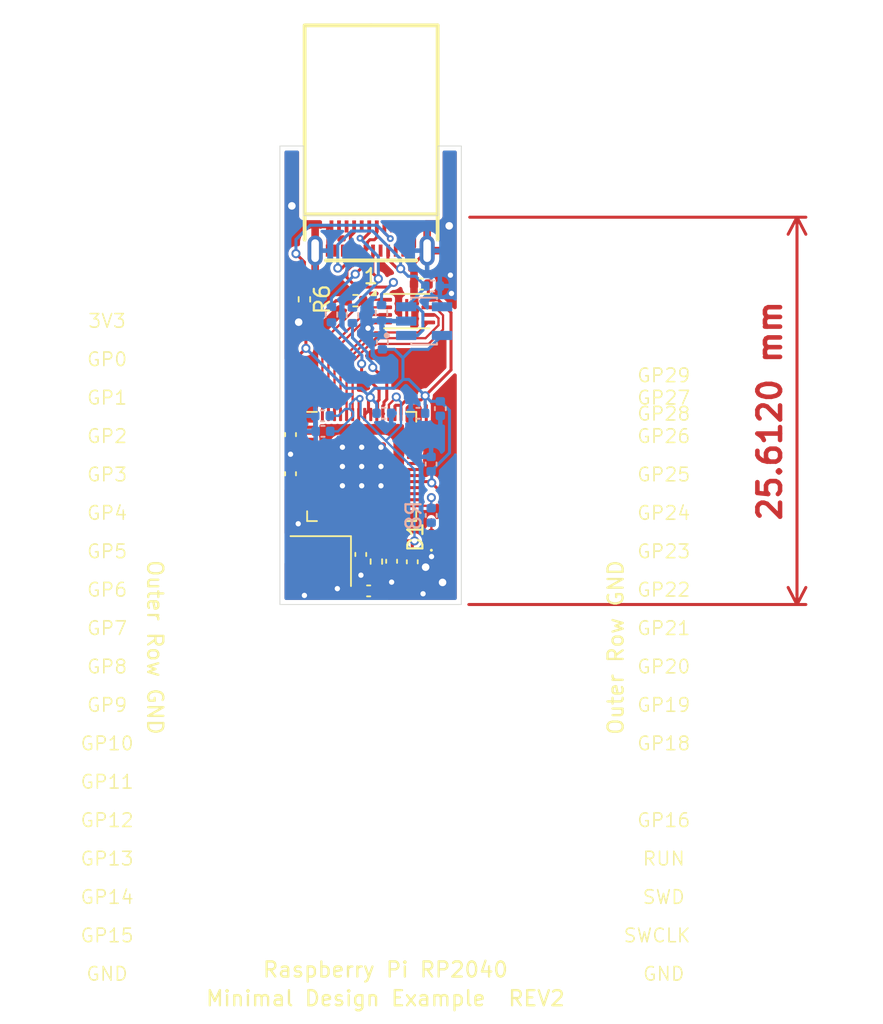
<source format=kicad_pcb>
(kicad_pcb (version 20241229) (generator "pcbnew") (generator_version "9.0")
  (title_block (title "RP2040 Minimal Design Example") (date "2024-01-16") (rev "REV2") (company "Raspberry Pi Ltd"))
  (layers (0 "F.Cu" signal) (2 "B.Cu" signal) (13 "F.Paste" user) (15 "B.Paste" user) (5 "F.SilkS" user "F.Silkscreen") (7 "B.SilkS" user "B.Silkscreen") (1 "F.Mask" user) (3 "B.Mask" user) (25 "Edge.Cuts" user))
  (net 0 "")
  (net 1 "GND")
  (net 2 "VBUS")
  (net 3 "/XIN")
  (net 4 "/XOUT")
  (net 5 "+3V3")
  (net 6 "+1V1")
  (net 7 "/GPIO15")
  (net 8 "/GPIO14")
  (net 9 "/GPIO13")
  (net 10 "/GPIO12")
  (net 11 "/GPIO11")
  (net 12 "/GPIO10")
  (net 13 "/GPIO9")
  (net 14 "/GPIO8")
  (net 15 "/GPIO7")
  (net 16 "/GPIO6")
  (net 17 "/GPIO5")
  (net 18 "/GPIO4")
  (net 19 "/GPIO3")
  (net 20 "/GPIO2")
  (net 21 "/GPIO1")
  (net 22 "/GPIO0")
  (net 23 "/GPIO29_ADC3")
  (net 24 "/GPIO28_ADC2")
  (net 25 "/GPIO27_ADC1")
  (net 26 "/GPIO26_ADC0")
  (net 27 "/GPIO25")
  (net 28 "/GPIO24")
  (net 29 "/GPIO23")
  (net 30 "/GPIO22")
  (net 31 "/GPIO21")
  (net 32 "/GPIO20")
  (net 33 "/GPIO19")
  (net 34 "/GPIO18")
  (net 35 "/GPIO17")
  (net 36 "/GPIO16")
  (net 37 "/RUN")
  (net 38 "/SWD")
  (net 39 "/SWCLK")
  (net 40 "/QSPI_SS")
  (net 41 "Net-(U3-USB_DP)")
  (net 42 "Net-(U3-USB_DM)")
  (net 43 "/QSPI_SD3")
  (net 44 "/QSPI_SCLK")
  (net 45 "/QSPI_SD0")
  (net 46 "/QSPI_SD2")
  (net 47 "/QSPI_SD1")
  (net 48 "/USB_D+")
  (net 49 "/USB_D-")
  (net 50 "Net-(C3-Pad1)")
  (net 51 "Net-(1-CC2)")
  (net 52 "Net-(1-CC1)")
  (net 55 "Net-(D1-A)")
  (footprint "Capacitor_SMD:C_0402_1005Metric" (layer "F.Cu") (at 93.7225 84.104872 90)
    (property "Reference" "C13" (hide yes))
    (property "Value" "100n" (hide yes))
  )
  (footprint "Capacitor_SMD:C_0402_1005Metric" (layer "F.Cu") (at 102.37 71.56 180)
    (property "Reference" "C5" (hide yes))
    (property "Value" "100n" (hide yes))
  )
  (footprint "Resistor_SMD:R_0402_1005Metric" (layer "F.Cu") (at 98.02 72.66)
    (property "Reference" "R2" (hide yes))
    (property "Value" "DNF" (hide yes))
  )
  (footprint "Package_SON:Winbond_USON-8-1EP_3x2mm_P0.5mm_EP0.2x1.6mm" (layer "F.Cu") (at 101.41 73.35)
    (property "Reference" "U2" (hide yes))
    (property "Value" "W25Q128JVS" (hide yes))
  )
  (footprint "Capacitor_SMD:C_0402_1005Metric" (layer "F.Cu") (at 100.41 89.892034 -90)
    (property "Reference" "C14" (hide yes))
    (property "Value" "100n" (hide yes))
  )
  (footprint "Capacitor_SMD:C_0402_1005Metric" (layer "F.Cu") (at 101.776725 89.927871 -90)
    (property "Reference" "C7" (hide yes))
    (property "Value" "100n" (hide yes))
  )
  (footprint "Capacitor_SMD:C_0402_1005Metric" (layer "F.Cu") (at 93.7225 81.514872 -90)
    (property "Reference" "C11" (hide yes))
    (property "Value" "100n" (hide yes))
  )
  (footprint "RP2040_minimal:RP2040-QFN-56" (layer "F.Cu") (at 98.43 83.624872)
    (property "Reference" "U3" (hide yes))
    (property "Value" "RP2040" (hide yes))
  )
  (footprint "Capacitor_SMD:C_0402_1005Metric" (layer "F.Cu") (at 98.37 89.442034 -90)
    (property "Reference" "C2" (hide yes))
    (property "Value" "15p")
  )
  (footprint "Capacitor_SMD:C_0402_1005Metric" (layer "F.Cu") (at 98.89 91.852034)
    (property "Reference" "C3" (hide yes))
    (property "Value" "15p" (hide yes))
  )
  (footprint "Crystal:Crystal_SMD_3225-4Pin_3.2x2.5mm" (layer "F.Cu") (at 95.72 89.882034 180)
    (property "Reference" "Y1" (hide yes))
    (property "Value" "ABM8-272-T3" (hide yes))
  )
  (footprint "LED_SMD:LED_0201_0603Metric" (layer "F.Cu") (at 103.04 88.302034 90)
    (property "Reference" "D1")
    (property "Value" "LED")
  )
  (footprint "Resistor_SMD:R_0402_1005Metric" (layer "F.Cu") (at 94.64 72.57 -90)
    (property "Reference" "R6")
    (property "Value" "5.7K" (hide yes))
  )
  (footprint "USB-C:USB-C-SMD_TYPE-C-31-G-08" (layer "F.Cu") (at 99.055 68.55 180)
    (property "Reference" "1")
    (property "Value" "~")
  )
  (footprint "Resistor_SMD:R_0402_1005Metric" (layer "F.Cu") (at 99.4 89.912034 -90)
    (property "Reference" "R5" (hide yes))
    (property "Value" "1k")
  )
  (footprint "Capacitor_SMD:C_0402_1005Metric" (layer "B.Cu") (at 103.6325 79.794872 -90)
    (property "Reference" "C10" (hide yes))
    (property "Value" "1u" (hide yes))
  )
  (footprint "Capacitor_SMD:C_0402_1005Metric" (layer "B.Cu") (at 95.8675 81.299196 180)
    (property "Reference" "C8" (hide yes))
    (property "Value" "1u" (hide yes))
  )
  (footprint "Capacitor_SMD:C_0402_1005Metric" (layer "B.Cu") (at 99.9 80.102034)
    (property "Reference" "C9" (hide yes))
    (property "Value" "100n" (hide yes))
  )
  (footprint "Capacitor_SMD:C_0402_1005Metric" (layer "B.Cu") (at 103.0225 83.464872 90)
    (property "Reference" "C12" (hide yes))
    (property "Value" "100n" (hide yes))
  )
  (footprint "Resistor_SMD:R_0402_1005Metric" (layer "B.Cu") (at 96.43 73.58 -90)
    (property "Reference" "R3" (hide yes))
    (property "Value" "27" (hide yes))
  )
  (footprint "Capacitor_SMD:C_0402_1005Metric" (layer "B.Cu") (at 103.12 71.69)
    (property "Reference" "C1" (hide yes))
    (property "Value" "4.7U" (hide yes))
  )
  (footprint "Resistor_SMD:R_0402_1005Metric" (layer "B.Cu") (at 97.82 73.63 -90)
    (property "Reference" "R4" (hide yes))
    (property "Value" "27" (hide yes))
  )
  (footprint "Capacitor_SMD:C_0402_1005Metric" (layer "B.Cu") (at 95.84 80.272034 180)
    (property "Reference" "C6" (hide yes))
    (property "Value" "100n" (hide yes))
  )
  (footprint "Resistor_SMD:R_0402_1005Metric" (layer "B.Cu") (at 99.74 73.46 90)
    (property "Reference" "R7" (hide yes))
    (property "Value" "5.7K" (hide yes))
  )
  (footprint "Capacitor_SMD:C_0402_1005Metric" (layer "B.Cu") (at 103.03 86.862034 -90)
    (property "Reference" "R8")
    (property "Value" "470")
  )
  (footprint "Capacitor_SMD:C_0402_1005Metric" (layer "B.Cu") (at 99.8 75.4 90)
    (property "Reference" "C4" (hide yes))
    (property "Value" "4.7U" (hide yes))
  )
  (footprint "Capacitor_SMD:C_0402_1005Metric" (layer "B.Cu") (at 102.1525 80.104872 180)
    (property "Reference" "C15" (hide yes))
    (property "Value" "100n" (hide yes))
  )
  (footprint "AP2112K_3_3TRG1:SOT95P285X140-5N" (layer "B.Cu") (at 102.56 74.01)
    (property "Reference" "U4" (hide yes))
    (property "Value" "AP2112K-3.3TRG1" (hide yes))
  )
  (gr_line (start 103.483 62.43) (end 105.02 62.43) (stroke (width 0.05)) (layer "Edge.Cuts"))
  (gr_line (start 105.02 62.43) (end 105.02 92.752034) (stroke (width 0.05)) (layer "Edge.Cuts"))
  (gr_line (start 105.02 92.752034) (end 93.02 92.752034) (stroke (width 0.05)) (layer "Edge.Cuts"))
  (gr_line (start 103.483 62.43) (end 103.483 67.0335) (stroke (width 0.05)) (layer "Edge.Cuts"))
  (gr_line (start 94.583 62.43) (end 93.02 62.43) (stroke (width 0.05)) (layer "Edge.Cuts"))
  (gr_line (start 93.02 92.752034) (end 93.02 62.43) (stroke (width 0.05)) (layer "Edge.Cuts"))
  (gr_line (start 94.583 67.0335) (end 94.583 62.43) (stroke (width 0.05)) (layer "Edge.Cuts"))
  (gr_line (start 94.583 67.0335) (end 103.483 67.0335) (stroke (width 0.05)) (layer "Edge.Cuts"))
  (gr_text "GP1" (at 81.585 79.08 0) (layer "F.SilkS") (effects (font (size 0.9 0.9) (thickness 0.1))))
  (gr_text "GP2" (at 81.585 81.62 0) (layer "F.SilkS") (effects (font (size 0.9 0.9) (thickness 0.1))))
  (gr_text "GP3" (at 81.585 84.16 0) (layer "F.SilkS") (effects (font (size 0.9 0.9) (thickness 0.1))))
  (gr_text "GP4" (at 81.585 86.7 0) (layer "F.SilkS") (effects (font (size 0.9 0.9) (thickness 0.1))))
  (gr_text "GP5" (at 81.585 89.24 0) (layer "F.SilkS") (effects (font (size 0.9 0.9) (thickness 0.1))))
  (gr_text "GP6" (at 81.585 91.78 0) (layer "F.SilkS") (effects (font (size 0.9 0.9) (thickness 0.1))))
  (gr_text "GP7" (at 81.585 94.32 0) (layer "F.SilkS") (effects (font (size 0.9 0.9) (thickness 0.1))))
  (gr_text "GP8" (at 81.585 96.86 0) (layer "F.SilkS") (effects (font (size 0.9 0.9) (thickness 0.1))))
  (gr_text "GP9" (at 81.585 99.4 0) (layer "F.SilkS") (effects (font (size 0.9 0.9) (thickness 0.1))))
  (gr_text "GP11" (at 81.585 104.48 0) (layer "F.SilkS") (effects (font (size 0.9 0.9) (thickness 0.1))))
  (gr_text "GP10" (at 81.585 101.94 0) (layer "F.SilkS") (effects (font (size 0.9 0.9) (thickness 0.1))))
  (gr_text "GP12" (at 81.585 107.02 0) (layer "F.SilkS") (effects (font (size 0.9 0.9) (thickness 0.1))))
  (gr_text "GP13" (at 81.585 109.56 0) (layer "F.SilkS") (effects (font (size 0.9 0.9) (thickness 0.1))))
  (gr_text "GP15" (at 81.585 114.64 0) (layer "F.SilkS") (effects (font (size 0.9 0.9) (thickness 0.1))))
  (gr_text "GP14" (at 81.585 112.1 0) (layer "F.SilkS") (effects (font (size 0.9 0.9) (thickness 0.1))))
  (gr_text "GP28" (at 118.415 80.14 0) (layer "F.SilkS") (effects (font (size 0.9 0.9) (thickness 0.1))))
  (gr_text "GP27" (at 118.415 79.08 0) (layer "F.SilkS") (effects (font (size 0.9 0.9) (thickness 0.1))))
  (gr_text "GP26" (at 118.415 81.62 0) (layer "F.SilkS") (effects (font (size 0.9 0.9) (thickness 0.1))))
  (gr_text "GP25" (at 118.415 84.16 0) (layer "F.SilkS") (effects (font (size 0.9 0.9) (thickness 0.1))))
  (gr_text "GP24" (at 118.415 86.7 0) (layer "F.SilkS") (effects (font (size 0.9 0.9) (thickness 0.1))))
  (gr_text "GP23" (at 118.415 89.24 0) (layer "F.SilkS") (effects (font (size 0.9 0.9) (thickness 0.1))))
  (gr_text "GP21" (at 118.415 94.32 0) (layer "F.SilkS") (effects (font (size 0.9 0.9) (thickness 0.1))))
  (gr_text "GP20" (at 118.415 96.86 0) (layer "F.SilkS") (effects (font (size 0.9 0.9) (thickness 0.1))))
  (gr_text "GP19" (at 118.415 99.4 0) (layer "F.SilkS") (effects (font (size 0.9 0.9) (thickness 0.1))))
  (gr_text "GP22" (at 118.415 91.78 0) (layer "F.SilkS") (effects (font (size 0.9 0.9) (thickness 0.1))))
  (gr_text "GP18" (at 118.415 101.94 0) (layer "F.SilkS") (effects (font (size 0.9 0.9) (thickness 0.1))))
  (gr_text "SWCLK" (at 117.9705 114.64 0) (layer "F.SilkS") (effects (font (size 0.9 0.9) (thickness 0.1))))
  (gr_text "SWD" (at 118.415 112.1 0) (layer "F.SilkS") (effects (font (size 0.9 0.9) (thickness 0.1))))
  (gr_text "GP16" (at 118.415 107.02 0) (layer "F.SilkS") (effects (font (size 0.9 0.9) (thickness 0.1))))
  (gr_text "RUN" (at 118.415 109.56 0) (layer "F.SilkS") (effects (font (size 0.9 0.9) (thickness 0.1))))
  (gr_text "GND" (at 81.585 117.18 0) (layer "F.SilkS") (effects (font (size 0.9 0.9) (thickness 0.1))))
  (gr_text "GND" (at 118.415 117.18 0) (layer "F.SilkS") (effects (font (size 0.9 0.9) (thickness 0.1))))
  (gr_text "GP29" (at 118.415 77.6 0) (layer "F.SilkS") (effects (font (size 0.9 0.9) (thickness 0.1))))
  (gr_text "Outer Row GND" (at 84.76 95.59 270) (layer "F.SilkS") (effects (font (size 1 1))))
  (gr_text "Outer Row GND" (at 115.24 95.59 90) (layer "F.SilkS") (effects (font (size 1 1))))
  (gr_text "Raspberry Pi RP2040" (at 100 116.9 0) (layer "F.SilkS") (effects (font (size 1 1))))
  (gr_text "Minimal Design Example  REV2" (at 100 118.8 0) (layer "F.SilkS") (effects (font (size 1 1))))
  (gr_text "GP0" (at 81.585 76.54 0) (layer "F.SilkS") (effects (font (size 0.9 0.9) (thickness 0.1))))
  (gr_text "3V3" (at 81.585 74 0) (layer "F.SilkS") (effects (font (size 0.9 0.9) (thickness 0.1))))
  (dimension (type orthogonal) (layer "F.Cu") (pts (xy 105.08 67.14) (xy 105.02 92.752034)) (height 22.15) (orientation 1) (format (prefix "") (suffix "") (units 3) (units_format 1) (precision 4)) (style (thickness 0.2) (arrow_length 1.27) (text_position_mode 0) (arrow_direction outward) (extension_height 0.58642) (extension_offset 0.5) (keep_text_aligned yes)) (gr_text "25.6120 mm" (at 125.43 79.946017 90) (layer "F.Cu") (effects (font (size 1.5 1.5) (thickness 0.3)))))
  (segment (start 102.76 68.02) (end 102.49 67.75) (width 0.2) (layer "F.Cu") (net 1))
  (segment (start 102.3 91.852034) (end 102.49 92.042034) (width 0.15) (layer "F.Cu") (net 1))
  (segment (start 93.7225 82.814872) (end 93.7225 81.994872) (width 0.2) (layer "F.Cu") (net 1))
  (segment (start 93.7225 83.624872) (end 93.7225 82.814872) (width 0.2) (layer "F.Cu") (net 1))
  (segment (start 98.3 90.732034) (end 96.82 90.732034) (width 0.25) (layer "F.Cu") (net 1))
  (segment (start 101.946179 90.386889) (end 102.021179 90.461889) (width 0.2) (layer "F.Cu") (net 1))
  (segment (start 96.167 69.284714) (end 96.167 67.934714) (width 0.15) (layer "F.Cu") (net 1))
  (segment (start 102.66 90.284234) (end 102.536363 90.407871) (width 0.15) (layer "F.Cu") (net 1))
  (segment (start 100.41 91.272034) (end 100.41 90.372034) (width 0.15) (layer "F.Cu") (net 1))
  (segment (start 96.43 67.75) (end 96.351714 67.75) (width 0.2) (layer "F.Cu") (net 1))
  (segment (start 101.68 70.01) (end 101.89 70.22) (width 0.2) (layer "F.Cu") (net 1))
  (segment (start 103.04 89.572034) (end 103.05 89.582034) (width 0.15) (layer "F.Cu") (net 1))
  (segment (start 94.62 88.122034) (end 94.62 89.032034) (width 0.15) (layer "F.Cu") (net 1))
  (segment (start 101.93 69.1) (end 101.93 67.75) (width 0.2) (layer "F.Cu") (net 1))
  (segment (start 101.89 70.22) (end 102.76 69.35) (width 0.2) (layer "F.Cu") (net 1))
  (segment (start 101.68 69.35) (end 101.68 70.01) (width 0.2) (layer "F.Cu") (net 1))
  (segment (start 94.64 73.08) (end 94.64 73.7) (width 0.15) (layer "F.Cu") (net 1))
  (segment (start 102.536363 90.407871) (end 101.776725 90.407871) (width 0.15) (layer "F.Cu") (net 1))
  (segment (start 94.64 73.7) (end 94.26 74.08) (width 0.15) (layer "F.Cu") (net 1))
  (segment (start 96.351714 67.75) (end 96.167 67.934714) (width 0.2) (layer "F.Cu") (net 1))
  (segment (start 96.82 91.702034) (end 96.82 90.732034) (width 0.25) (layer "F.Cu") (net 1))
  (segment (start 98.38 90.812034) (end 98.38 89.932034) (width 0.25) (layer "F.Cu") (net 1))
  (segment (start 102.66 90.282034) (end 102.66 90.284234) (width 0.15) (layer "F.Cu") (net 1))
  (segment (start 97.43 87.702034) (end 97.21 87.922034) (width 0.15) (layer "F.Cu") (net 1))
  (segment (start 98.85 74.48) (end 99.23 74.1) (width 0.15) (layer "F.Cu") (net 1))
  (segment (start 98.38 90.812034) (end 98.3 90.732034) (width 0.25) (layer "F.Cu") (net 1))
  (segment (start 101.89 71.56) (end 101.89 70.22) (width 0.2) (layer "F.Cu") (net 1))
  (segment (start 99.37 91.852034) (end 102.3 91.852034) (width 0.15) (layer "F.Cu") (net 1))
  (segment (start 102.49 67.75) (end 101.93 67.75) (width 0.2) (layer "F.Cu") (net 1))
  (segment (start 102.76 69.35) (end 102.76 68.02) (width 0.2) (layer "F.Cu") (net 1))
  (segment (start 95.337 69.284714) (end 96.167 69.284714) (width 0.15) (layer "F.Cu") (net 1))
  (segment (start 97.21 87.922034) (end 94.74 87.922034) (width 0.15) (layer "F.Cu") (net 1))
  (segment (start 94.74 88.002034) (end 94.62 88.122034) (width 0.15) (layer "F.Cu") (net 1))
  (segment (start 98.38 89.932034) (end 98.37 89.922034) (width 0.25) (layer "F.Cu") (net 1))
  (segment (start 94.74 87.922034) (end 94.23 87.412034) (width 0.15) (layer "F.Cu") (net 1))
  (segment (start 97.43 87.062372) (end 97.43 87.702034) (width 0.15) (layer "F.Cu") (net 1))
  (segment (start 94.74 87.922034) (end 94.74 88.002034) (width 0.15) (layer "F.Cu") (net 1))
  (segment (start 103.04 88.622034) (end 103.04 89.572034) (width 0.15) (layer "F.Cu") (net 1))
  (segment (start 101.68 69.35) (end 101.93 69.1) (width 0.2) (layer "F.Cu") (net 1))
  (segment (start 99.23 74.1) (end 99.985 74.1) (width 0.15) (layer "F.Cu") (net 1))
  (via (at 94.23 87.412034) (size 0.6) (drill 0.35) (layers "F.Cu" "B.Cu") (net 1))
  (via (at 94.64 92.152034) (size 0.6) (drill 0.35) (layers "F.Cu" "B.Cu") (net 1))
  (via (at 102.49 92.042034) (size 0.6) (drill 0.35) (layers "F.Cu" "B.Cu") (net 1))
  (via (at 93.81 66.39) (size 0.8) (drill 0.5) (layers "F.Cu" "B.Cu") (net 1))
  (via (at 94.26 74.08) (size 0.8) (drill 0.5) (layers "F.Cu" "B.Cu") (net 1))
  (via (at 102.66 90.282034) (size 0.8) (drill 0.5) (layers "F.Cu" "B.Cu") (net 1))
  (via (at 104.3 70.97) (size 0.6) (drill 0.35) (layers "F.Cu" "B.Cu") (net 1))
  (via (at 93.7225 82.814872) (size 0.6) (drill 0.35) (layers "F.Cu" "B.Cu") (net 1))
  (via (at 103.05 89.582034) (size 0.6) (drill 0.35) (layers "F.Cu" "B.Cu") (net 1))
  (via (at 103.78 91.292034) (size 0.8) (drill 0.5) (layers "F.Cu" "B.Cu") (net 1))
  (via (at 96.82 91.702034) (size 0.6) (drill 0.35) (layers "F.Cu" "B.Cu") (net 1))
  (via (at 104.37 72.18) (size 0.6) (drill 0.35) (layers "F.Cu" "B.Cu") (net 1))
  (via (at 100.41 91.272034) (size 0.6) (drill 0.35) (layers "F.Cu" "B.Cu") (net 1))
  (via (at 98.85 74.48) (size 0.6) (drill 0.35) (layers "F.Cu" "B.Cu") (net 1))
  (via (at 98.38 90.812034) (size 0.6) (drill 0.35) (layers "F.Cu" "B.Cu") (net 1))
  (via (at 104.22 67.71) (size 0.8) (drill 0.5) (layers "F.Cu" "B.Cu") (net 1))
  (segment (start 99.74 73.97) (end 101.335 73.97) (width 0.15) (layer "B.Cu") (net 1))
  (segment (start 97.215 76.15) (end 97.215 75.805) (width 0.2) (layer "B.Cu") (net 1))
  (segment (start 99.8 74.92) (end 99.29 74.92) (width 0.15) (layer "B.Cu") (net 1))
  (segment (start 97.215 76.943877) (end 97.215 76.15) (width 0.2) (layer "B.Cu") (net 1))
  (segment (start 103.0225 81.874534) (end 103.0225 81.829534) (width 0.15) (layer "B.Cu") (net 1))
  (segment (start 99.29 74.92) (end 98.85 74.48) (width 0.15) (layer "B.Cu") (net 1))
  (segment (start 101.6725 80.524534) (end 101.6725 80.104872) (width 0.15) (layer "B.Cu") (net 1))
  (segment (start 99.120732 76.289698) (end 99.722264 76.89123) (width 0.2) (layer "B.Cu") (net 1))
  (segment (start 97.215 75.805) (end 95.32 73.91) (width 0.2) (layer "B.Cu") (net 1))
  (segment (start 99.722264 76.89123) (end 99.722264 77.652736) (width 0.2) (layer "B.Cu") (net 1))
  (segment (start 103.0225 81.829534) (end 103.6325 81.219534) (width 0.15) (layer "B.Cu") (net 1))
  (segment (start 103.6325 81.219534) (end 103.6325 80.274872) (width 0.15) (layer "B.Cu") (net 1))
  (segment (start 103.0225 82.984872) (end 103.0225 81.874534) (width 0.15) (layer "B.Cu") (net 1))
  (segment (start 99.420268 77.954732) (end 98.225855 77.954732) (width 0.2) (layer "B.Cu") (net 1))
  (segment (start 101.669662 80.102034) (end 101.6725 80.104872) (width 0.15) (layer "B.Cu") (net 1))
  (segment (start 99.8 74.03) (end 99.74 73.97) (width 0.15) (layer "B.Cu") (net 1))
  (segment (start 101.335 73.97) (end 101.375 74.01) (width 0.15) (layer "B.Cu") (net 1))
  (segment (start 99.120732 75.599268) (end 99.120732 76.289698) (width 0.2) (layer "B.Cu") (net 1))
  (segment (start 99.722264 77.652736) (end 99.420268 77.954732) (width 0.2) (layer "B.Cu") (net 1))
  (segment (start 99.74 73.97) (end 99.36 73.97) (width 0.15) (layer "B.Cu") (net 1))
  (segment (start 99.8 74.92) (end 99.8 74.03) (width 0.15) (layer "B.Cu") (net 1))
  (segment (start 103.0225 81.874534) (end 101.6725 80.524534) (width 0.15) (layer "B.Cu") (net 1))
  (segment (start 99.36 73.97) (end 98.85 74.48) (width 0.15) (layer "B.Cu") (net 1))
  (segment (start 98.225855 77.954732) (end 97.215 76.943877) (width 0.2) (layer "B.Cu") (net 1))
  (segment (start 95.32 73.91) (end 95.32 69.21) (width 0.2) (layer "B.Cu") (net 1))
  (segment (start 99.8 74.92) (end 99.120732 75.599268) (width 0.2) (layer "B.Cu") (net 1))
  (segment (start 97.68 69.35) (end 97.68 69.95) (width 0.2) (layer "F.Cu") (net 2))
  (segment (start 97.68 68.401) (end 97.93 68.151) (width 0.2) (layer "F.Cu") (net 2))
  (segment (start 100.795 70.545) (end 100.167 69.917) (width 0.2) (layer "F.Cu") (net 2))
  (segment (start 97.121386 70.508614) (end 96.848205 70.508614) (width 0.2) (layer "F.Cu") (net 2))
  (segment (start 97.68 69.95) (end 97.121386 70.508614) (width 0.2) (layer "F.Cu") (net 2))
  (segment (start 100.167 69.917) (end 100.167 69.284714) (width 0.2) (layer "F.Cu") (net 2))
  (segment (start 97.68 69.35) (end 97.68 68.401) (width 0.2) (layer "F.Cu") (net 2))
  (segment (start 101.005 70.545) (end 100.795 70.545) (width 0.2) (layer "F.Cu") (net 2))
  (segment (start 97.93 68.151) (end 97.93 67.75) (width 0.2) (layer "F.Cu") (net 2))
  (via (at 96.848205 70.508614) (size 0.6) (drill 0.35) (layers "F.Cu" "B.Cu") (net 2))
  (via (at 101.005 70.545) (size 0.6) (drill 0.35) (layers "F.Cu" "B.Cu") (net 2))
  (segment (start 102.64 71.795) (end 101.375 73.06) (width 0.2) (layer "B.Cu") (net 2))
  (segment (start 101.375 74.96) (end 102.13 74.96) (width 0.2) (layer "B.Cu") (net 2))
  (segment (start 101.506 71.046) (end 101.996 71.046) (width 0.2) (layer "B.Cu") (net 2))
  (segment (start 99.154 68.054) (end 101.005 69.905) (width 0.2) (layer "B.Cu") (net 2))
  (segment (start 97.756 68.054) (end 99.154 68.054) (width 0.2) (layer "B.Cu") (net 2))
  (segment (start 96.848205 70.508614) (end 96.848205 68.961795) (width 0.2) (layer "B.Cu") (net 2))
  (segment (start 101.005 70.545) (end 101.506 71.046) (width 0.2) (layer "B.Cu") (net 2))
  (segment (start 102.11 73.06) (end 101.375 73.06) (width 0.2) (layer "B.Cu") (net 2))
  (segment (start 101.005 69.905) (end 101.005 70.545) (width 0.2) (layer "B.Cu") (net 2))
  (segment (start 102.48 74.61) (end 102.48 73.43) (width 0.2) (layer "B.Cu") (net 2))
  (segment (start 96.848205 68.961795) (end 97.756 68.054) (width 0.2) (layer "B.Cu") (net 2))
  (segment (start 102.48 73.43) (end 102.11 73.06) (width 0.2) (layer "B.Cu") (net 2))
  (segment (start 102.64 71.69) (end 102.64 71.795) (width 0.2) (layer "B.Cu") (net 2))
  (segment (start 102.13 74.96) (end 102.48 74.61) (width 0.2) (layer "B.Cu") (net 2))
  (segment (start 101.996 71.046) (end 102.64 71.69) (width 0.2) (layer "B.Cu") (net 2))
  (segment (start 97.83 88.022034) (end 96.82 89.032034) (width 0.15) (layer "F.Cu") (net 3))
  (segment (start 97.83 88.022034) (end 97.83 88.052034) (width 0.15) (layer "F.Cu") (net 3))
  (segment (start 98.37 88.592034) (end 98.37 88.962034) (width 0.15) (layer "F.Cu") (net 3))
  (segment (start 97.83 88.052034) (end 98.37 88.592034) (width 0.15) (layer "F.Cu") (net 3))
  (segment (start 97.83 87.062372) (end 97.83 88.022034) (width 0.15) (layer "F.Cu") (net 3))
  (segment (start 99.4 88.873406) (end 99.4 89.402034) (width 0.15) (layer "F.Cu") (net 4))
  (segment (start 98.23 87.062372) (end 98.23 87.703406) (width 0.15) (layer "F.Cu") (net 4))
  (segment (start 98.23 87.703406) (end 99.4 88.873406) (width 0.15) (layer "F.Cu") (net 4))
  (segment (start 104.34 73.45) (end 104.34 77.242034) (width 0.2) (layer "F.Cu") (net 5))
  (segment (start 100.67 89.412034) (end 100.41 89.412034) (width 0.2) (layer "F.Cu") (net 5))
  (segment (start 99.03 80.187372) (end 99.03 80.087372) (width 0.2) (layer "F.Cu") (net 5))
  (segment (start 102.9825 84.624872) (end 103.0625 84.704872) (width 0.2) (layer "F.Cu") (net 5))
  (segment (start 102.7025 79.595211) (end 102.7025 80.754872) (width 0.2) (layer "F.Cu") (net 5))
  (segment (start 94.9925 84.624872) (end 94.2925 84.624872) (width 0.2) (layer "F.Cu") (net 5))
  (segment (start 99.03 80.087372) (end 98.88 79.937372) (width 0.2) (layer "F.Cu") (net 5))
  (segment (start 94.2925 84.624872) (end 93.7625 84.624872) (width 0.2) (layer "F.Cu") (net 5))
  (segment (start 100.41 89.412034) (end 100.399662 89.412034) (width 0.2) (layer "F.Cu") (net 5))
  (segment (start 102.63 78.952034) (end 102.63 79.522711) (width 0.2) (layer "F.Cu") (net 5))
  (segment (start 94.2925 81.089872) (end 94.3475 81.034872) (width 0.2) (layer "F.Cu") (net 5))
  (segment (start 93.7225 81.034872) (end 94.3475 81.034872) (width 0.2) (layer "F.Cu") (net 5))
  (segment (start 100.63 79.627372) (end 100.68 79.577372) (width 0.2) (layer "F.Cu") (net 5))
  (segment (start 101.8675 84.624872) (end 102.9825 84.624872) (width 0.2) (layer "F.Cu") (net 5))
  (segment (start 101.07 89.812034) (end 100.67 89.412034) (width 0.2) (layer "F.Cu") (net 5))
  (segment (start 94.74 75.81) (end 93.7225 76.8275) (width 0.2) (layer "F.Cu") (net 5))
  (segment (start 94.74 74.65) (end 96.73 72.66) (width 0.2) (layer "F.Cu") (net 5))
  (segment (start 93.7225 76.8275) (end 93.7225 81.034872) (width 0.2) (layer "F.Cu") (net 5))
  (segment (start 98.63 87.642372) (end 98.63 87.062372) (width 0.2) (layer "F.Cu") (net 5))
  (segment (start 103.84 90.023473) (end 102.730602 91.132871) (width 0.2) (layer "F.Cu") (net 5))
  (segment (start 98.88 79.937372) (end 98.88 79.174423) (width 0.2) (layer "F.Cu") (net 5))
  (segment (start 102.835 71.575) (end 102.85 71.56) (width 0.2) (layer "F.Cu") (net 5))
  (segment (start 94.74 75.81) (end 94.74 74.65) (width 0.2) (layer "F.Cu") (net 5))
  (segment (start 103.84 85.482372) (end 103.84 90.023473) (width 0.2) (layer "F.Cu") (net 5))
  (segment (start 101.03 80.187372) (end 101.03 79.577372) (width 0.2) (layer "F.Cu") (net 5))
  (segment (start 103.0625 84.704872) (end 103.84 85.482372) (width 0.2) (layer "F.Cu") (net 5))
  (segment (start 94.2925 84.624872) (end 94.2925 81.089872) (width 0.2) (layer "F.Cu") (net 5))
  (segment (start 102.363144 79.21889) (end 101.388482 79.21889) (width 0.2) (layer "F.Cu") (net 5))
  (segment (start 103.49 72.6) (end 104.34 73.45) (width 0.2) (layer "F.Cu") (net 5))
  (segment (start 102.835 72.6) (end 103.49 72.6) (width 0.2) (layer "F.Cu") (net 5))
  (segment (start 100.399662 89.412034) (end 98.63 87.642372) (width 0.2) (layer "F.Cu") (net 5))
  (segment (start 98.63 80.187372) (end 98.88 79.937372) (width 0.2) (layer "F.Cu") (net 5))
  (segment (start 101.03 79.577372) (end 100.68 79.577372) (width 0.2) (layer "F.Cu") (net 5))
  (segment (start 102.730602 91.132871) (end 101.3325 91.132871) (width 0.2) (layer "F.Cu") (net 5))
  (segment (start 94.3575 81.024872) (end 94.3475 81.034872) (width 0.2) (layer "F.Cu") (net 5))
  (segment (start 101.3325 91.132871) (end 101.07 90.870371) (width 0.2) (layer "F.Cu") (net 5))
  (segment (start 102.63 79.522711) (end 102.7025 79.595211) (width 0.2) (layer "F.Cu") (net 5))
  (segment (start 104.34 77.242034) (end 102.63 78.952034) (width 0.2) (layer "F.Cu") (net 5))
  (segment (start 94.9925 81.024872) (end 94.3575 81.024872) (width 0.2) (layer "F.Cu") (net 5))
  (segment (start 98.88 79.174423) (end 98.999862 79.054561) (width 0.2) (layer "F.Cu") (net 5))
  (segment (start 102.7025 80.754872) (end 102.4325 81.024872) (width 0.2) (layer "F.Cu") (net 5))
  (segment (start 93.7625 84.624872) (end 93.7225 84.584872) (width 0.2) (layer "F.Cu") (net 5))
  (segment (start 102.4325 81.024872) (end 101.8675 81.024872) (width 0.2) (layer "F.Cu") (net 5))
  (segment (start 102.63 78.952034) (end 102.363144 79.21889) (width 0.2) (layer "F.Cu") (net 5))
  (segment (start 96.73 72.66) (end 97.51 72.66) (width 0.2) (layer "F.Cu") (net 5))
  (segment (start 100.63 80.187372) (end 100.63 79.627372) (width 0.2) (layer "F.Cu") (net 5))
  (segment (start 102.835 72.6) (end 102.835 71.575) (width 0.2) (layer "F.Cu") (net 5))
  (segment (start 101.388482 79.21889) (end 101.03 79.577372) (width 0.2) (layer "F.Cu") (net 5))
  (segment (start 101.07 90.870371) (end 101.07 89.812034) (width 0.2) (layer "F.Cu") (net 5))
  (via (at 103.0625 84.704872) (size 0.6) (drill 0.35) (layers "F.Cu" "B.Cu") (net 5))
  (via (at 102.63 78.952034) (size 0.6) (drill 0.35) (layers "F.Cu" "B.Cu") (net 5))
  (via (at 94.74 75.81) (size 0.6) (drill 0.35) (layers "F.Cu" "B.Cu") (net 5))
  (via (at 98.999862 79.054561) (size 0.6) (drill 0.35) (layers "F.Cu" "B.Cu") (net 5))
  (segment (start 98.94265 78.78735) (end 99.279 78.451) (width 0.2) (layer "B.Cu") (net 5))
  (segment (start 98.94265 78.99735) (end 98.94265 78.78735) (width 0.2) (layer "B.Cu") (net 5))
  (segment (start 104.24 79.922372) (end 103.6325 79.314872) (width 0.2) (layer "B.Cu") (net 5))
  (segment (start 102.6325 79.525211) (end 102.6325 80.104872) (width 0.2) (layer "B.Cu") (net 5))
  (segment (start 98.396301 78.451) (end 97.381 78.451) (width 0.2) (layer "B.Cu") (net 5))
  (segment (start 98.999862 79.054561) (end 98.396301 78.451) (width 0.2) (layer "B.Cu") (net 5))
  (segment (start 101.72 75.88) (end 102.825 75.88) (width 0.2) (layer "B.Cu") (net 5))
  (segment (start 102.63 78.952034) (end 102.992838 79.314872) (width 0.2) (layer "B.Cu") (net 5))
  (segment (start 99.279 78.451) (end 100.58 78.451) (width 0.2) (layer "B.Cu") (net 5))
  (segment (start 99.42 79.474699) (end 98.999862 79.054561) (width 0.2) (layer "B.Cu") (net 5))
  (segment (start 101.16 77.871) (end 101.548966 77.871) (width 0.2) (layer "B.Cu") (net 5))
  (segment (start 101.16 76.44) (end 100.6 75.88) (width 0.2) (layer "B.Cu") (net 5))
  (segment (start 103.0625 84.704872) (end 103.0625 83.984872) (width 0.2) (layer "B.Cu") (net 5))
  (segment (start 103.0625 83.984872) (end 103.0225 83.944872) (width 0.2) (layer "B.Cu") (net 5))
  (segment (start 104.24 82.727372) (end 104.24 79.922372) (width 0.2) (layer "B.Cu") (net 5))
  (segment (start 100.58 78.451) (end 101.16 77.871) (width 0.2) (layer "B.Cu") (net 5))
  (segment (start 101.16 76.44) (end 101.72 75.88) (width 0.2) (layer "B.Cu") (net 5))
  (segment (start 97.381 78.451) (end 94.74 75.81) (width 0.2) (layer "B.Cu") (net 5))
  (segment (start 102.992838 79.314872) (end 103.6325 79.314872) (width 0.2) (layer "B.Cu") (net 5))
  (segment (start 101.548966 77.871) (end 102.63 78.952034) (width 0.2) (layer "B.Cu") (net 5))
  (segment (start 101.16 77.482034) (end 101.16 77.871) (width 0.2) (layer "B.Cu") (net 5))
  (segment (start 99.42 80.102034) (end 99.42 79.474699) (width 0.2) (layer "B.Cu") (net 5))
  (segment (start 98.591 78.645699) (end 98.999862 79.054561) (width 0.2) (layer "B.Cu") (net 5))
  (segment (start 102.63 78.952034) (end 102.63 79.522711) (width 0.2) (layer "B.Cu") (net 5))
  (segment (start 100.6 75.88) (end 99.8 75.88) (width 0.2) (layer "B.Cu") (net 5))
  (segment (start 98.999862 79.054561) (end 98.94265 78.99735) (width 0.2) (layer "B.Cu") (net 5))
  (segment (start 103.0225 83.944872) (end 104.24 82.727372) (width 0.2) (layer "B.Cu") (net 5))
  (segment (start 102.825 75.88) (end 103.745 74.96) (width 0.2) (layer "B.Cu") (net 5))
  (segment (start 101.16 77.482034) (end 101.16 76.44) (width 0.2) (layer "B.Cu") (net 5))
  (segment (start 102.63 79.522711) (end 102.6325 79.525211) (width 0.2) (layer "B.Cu") (net 5))
  (segment (start 100.717622 79.027372) (end 100.717622 79.052378) (width 0.15) (layer "F.Cu") (net 6))
  (segment (start 101.9225 88.542871) (end 100.026888 88.542871) (width 0.2) (layer "F.Cu") (net 6))
  (segment (start 100.717622 79.052378) (end 100.23 79.54) (width 0.15) (layer "F.Cu") (net 6))
  (segment (start 98.23 79.264216) (end 98.23 80.187372) (width 0.15) (layer "F.Cu") (net 6))
  (segment (start 98.305 79.189216) (end 98.23 79.264216) (width 0.15) (layer "F.Cu") (net 6))
  (segment (start 101.776725 89.447871) (end 101.776725 88.688646) (width 0.2) (layer "F.Cu") (net 6))
  (segment (start 100.23 79.54) (end 100.23 80.187372) (width 0.15) (layer "F.Cu") (net 6))
  (segment (start 99.03 87.545983) (end 99.03 87.062372) (width 0.2) (layer "F.Cu") (net 6))
  (segment (start 98.305 79.139217) (end 98.305 79.189216) (width 0.15) (layer "F.Cu") (net 6))
  (segment (start 100.026888 88.542871) (end 99.03 87.545983) (width 0.2) (layer "F.Cu") (net 6))
  (via (at 98.305 79.139217) (size 0.5) (drill 0.25) (layers "F.Cu" "B.Cu") (net 6))
  (via (at 101.9225 88.542871) (size 0.6) (drill 0.35) (layers "F.Cu" "B.Cu") (net 6))
  (via (at 100.717622 79.027372) (size 0.6) (drill 0.35) (layers "F.Cu" "B.Cu") (net 6))
  (segment (start 98.305 79.139217) (end 98.018155 79.139217) (width 0.15) (layer "B.Cu") (net 6))
  (segment (start 100.717622 79.027372) (end 100.717224 79.02777) (width 0.15) (layer "B.Cu") (net 6))
  (segment (start 100.717224 79.02777) (end 100.717224 79.059258) (width 0.15) (layer "B.Cu") (net 6))
  (segment (start 97.86 80.302034) (end 96.862838 81.299196) (width 0.15) (layer "B.Cu") (net 6))
  (segment (start 96.885338 80.272034) (end 96.32 80.272034) (width 0.15) (layer "B.Cu") (net 6))
  (segment (start 98.018155 79.139217) (end 97.647669 79.509703) (width 0.15) (layer "B.Cu") (net 6))
  (segment (start 98.354999 80.255994) (end 100.025519 81.926515) (width 0.15) (layer "B.Cu") (net 6))
  (segment (start 98.305 79.139217) (end 98.354999 79.189216) (width 0.15) (layer "B.Cu") (net 6))
  (segment (start 97.337669 79.819703) (end 97.647669 79.819703) (width 0.15) (layer "B.Cu") (net 6))
  (segment (start 101.03 80.922034) (end 100.025519 81.926515) (width 0.15) (layer "B.Cu") (net 6))
  (segment (start 97.292669 79.864703) (end 96.885338 80.272034) (width 0.15) (layer "B.Cu") (net 6))
  (segment (start 100.717224 79.059258) (end 101.03 79.372034) (width 0.15) (layer "B.Cu") (net 6))
  (segment (start 100.025519 81.926515) (end 101.9225 83.823495) (width 0.15) (layer "B.Cu") (net 6))
  (segment (start 98.354999 79.189216) (end 98.354999 80.255994) (width 0.15) (layer "B.Cu") (net 6))
  (segment (start 97.647669 79.819703) (end 97.86 80.032034) (width 0.15) (layer "B.Cu") (net 6))
  (segment (start 101.9225 83.823495) (end 101.9225 88.542871) (width 0.15) (layer "B.Cu") (net 6))
  (segment (start 101.03 79.372034) (end 101.03 80.922034) (width 0.15) (layer "B.Cu") (net 6))
  (segment (start 97.647669 79.509703) (end 97.647669 79.819703) (width 0.15) (layer "B.Cu") (net 6))
  (segment (start 97.86 80.032034) (end 97.86 80.302034) (width 0.15) (layer "B.Cu") (net 6))
  (segment (start 97.292669 79.864703) (end 97.337669 79.819703) (width 0.15) (layer "B.Cu") (net 6))
  (segment (start 96.862838 81.299196) (end 96.3475 81.299196) (width 0.15) (layer "B.Cu") (net 6))
  (segment (start 103.04 86.05771) (end 102.872838 86.224872) (width 0.15) (layer "F.Cu") (net 34))
  (segment (start 102.872838 86.224872) (end 101.8675 86.224872) (width 0.15) (layer "F.Cu") (net 34))
  (segment (start 103.04 85.682034) (end 103.04 86.05771) (width 0.15) (layer "F.Cu") (net 34))
  (via (at 103.04 85.682034) (size 0.6) (drill 0.35) (layers "F.Cu" "B.Cu") (net 34))
  (segment (start 103.04 86.372034) (end 103.03 86.382034) (width 0.15) (layer "B.Cu") (net 34))
  (segment (start 103.04 85.682034) (end 103.04 86.372034) (width 0.15) (layer "B.Cu") (net 34))
  (segment (start 98.59 72.6) (end 98.53 72.66) (width 0.15) (layer "F.Cu") (net 40))
  (segment (start 98.53 72.68) (end 95.83 75.38) (width 0.15) (layer "F.Cu") (net 40))
  (segment (start 99.985 72.6) (end 98.59 72.6) (width 0.15) (layer "F.Cu") (net 40))
  (segment (start 95.83 75.38) (end 95.83 80.187372) (width 0.15) (layer "F.Cu") (net 40))
  (segment (start 98.53 72.66) (end 98.53 72.68) (width 0.15) (layer "F.Cu") (net 40))
  (segment (start 98.424989 77.409989) (end 99.58 78.565) (width 0.2) (layer "F.Cu") (net 41))
  (segment (start 99.58 78.565) (end 99.58 79.223611) (width 0.2) (layer "F.Cu") (net 41))
  (segment (start 99.479 80.138372) (end 99.43 80.187372) (width 0.2) (layer "F.Cu") (net 41))
  (segment (start 98.424989 76.832808) (end 98.424989 77.409989) (width 0.2) (layer "F.Cu") (net 41))
  (segment (start 99.479 79.324611) (end 99.479 80.138372) (width 0.2) (layer "F.Cu") (net 41))
  (segment (start 99.58 79.223611) (end 99.479 79.324611) (width 0.2) (layer "F.Cu") (net 41))
  (via (at 98.424989 76.832808) (size 0.6) (drill 0.35) (layers "F.Cu" "B.Cu") (net 41))
  (segment (start 98.424989 76.832808) (end 98.443732 76.814065) (width 0.2) (layer "B.Cu") (net 41))
  (segment (start 98.443732 76.283732) (end 96.43 74.27) (width 0.2) (layer "B.Cu") (net 41))
  (segment (start 96.43 74.27) (end 96.43 74.09) (width 0.2) (layer "B.Cu") (net 41))
  (segment (start 98.443732 76.814065) (end 98.443732 76.283732) (width 0.2) (layer "B.Cu") (net 41))
  (segment (start 99.773445 77.403445) (end 100.09 77.72) (width 0.2) (layer "F.Cu") (net 42))
  (segment (start 99.83 80.187372) (end 99.88 80.137372) (width 0.2) (layer "F.Cu") (net 42))
  (segment (start 100.09 79.18066) (end 99.904 79.36666) (width 0.2) (layer "F.Cu") (net 42))
  (segment (start 99.83 79.62) (end 99.83 80.187372) (width 0.2) (layer "F.Cu") (net 42))
  (segment (start 99.904 79.546) (end 99.83 79.62) (width 0.2) (layer "F.Cu") (net 42))
  (segment (start 99.162417 77.073847) (end 99.492015 77.403445) (width 0.2) (layer "F.Cu") (net 42))
  (segment (start 99.492015 77.403445) (end 99.773445 77.403445) (width 0.2) (layer "F.Cu") (net 42))
  (segment (start 99.904 79.36666) (end 99.904 79.546) (width 0.2) (layer "F.Cu") (net 42))
  (segment (start 100.09 77.72) (end 100.09 79.18066) (width 0.2) (layer "F.Cu") (net 42))
  (via (at 99.162417 77.073847) (size 0.6) (drill 0.35) (layers "F.Cu" "B.Cu") (net 42))
  (segment (start 98.794732 76.084732) (end 97.82 75.11) (width 0.2) (layer "B.Cu") (net 42))
  (segment (start 97.82 75.11) (end 97.82 74.14) (width 0.2) (layer "B.Cu") (net 42))
  (segment (start 98.794732 76.424732) (end 98.794732 76.084732) (width 0.2) (layer "B.Cu") (net 42))
  (segment (start 99.196264 76.826264) (end 98.794732 76.424732) (width 0.2) (layer "B.Cu") (net 42))
  (segment (start 99.162417 77.073847) (end 99.196264 77.04) (width 0.2) (layer "B.Cu") (net 42))
  (segment (start 99.196264 77.04) (end 99.196264 76.826264) (width 0.2) (layer "B.Cu") (net 42))
  (segment (start 97.83 76.681356) (end 98.903356 75.608) (width 0.15) (layer "F.Cu") (net 43))
  (segment (start 98.903356 75.608) (end 99.317233 75.608) (width 0.15) (layer "F.Cu") (net 43))
  (segment (start 103.284999 73.1) (end 102.835 73.1) (width 0.15) (layer "F.Cu") (net 43))
  (segment (start 103.812 74.568) (end 103.812 73.627001) (width 0.15) (layer "F.Cu") (net 43))
  (segment (start 99.317233 75.608) (end 99.405233 75.52) (width 0.15) (layer "F.Cu") (net 43))
  (segment (start 97.83 80.187372) (end 97.83 76.681356) (width 0.15) (layer "F.Cu") (net 43))
  (segment (start 103.812 73.627001) (end 103.284999 73.1) (width 0.15) (layer "F.Cu") (net 43))
  (segment (start 102.86 75.52) (end 103.812 74.568) (width 0.15) (layer "F.Cu") (net 43))
  (segment (start 99.405233 75.52) (end 102.86 75.52) (width 0.15) (layer "F.Cu") (net 43))
  (segment (start 103.511 74.283732) (end 102.654732 75.14) (width 0.15) (layer "F.Cu") (net 44))
  (segment (start 97.43 76.655678) (end 97.43 80.187372) (width 0.15) (layer "F.Cu") (net 44))
  (segment (start 102.835 73.6) (end 103.284999 73.6) (width 0.15) (layer "F.Cu") (net 44))
  (segment (start 102.654732 75.14) (end 99.359555 75.14) (width 0.15) (layer "F.Cu") (net 44))
  (segment (start 98.778678 75.307) (end 97.43 76.655678) (width 0.15) (layer "F.Cu") (net 44))
  (segment (start 99.359555 75.14) (end 99.192555 75.307) (width 0.15) (layer "F.Cu") (net 44))
  (segment (start 99.192555 75.307) (end 98.778678 75.307) (width 0.15) (layer "F.Cu") (net 44))
  (segment (start 103.511 73.826001) (end 103.511 74.283732) (width 0.15) (layer "F.Cu") (net 44))
  (segment (start 103.284999 73.6) (end 103.511 73.826001) (width 0.15) (layer "F.Cu") (net 44))
  (segment (start 97.03 76.63) (end 97.03 80.187372) (width 0.15) (layer "F.Cu") (net 45))
  (segment (start 102.835 74.1) (end 102.175 74.76) (width 0.15) (layer "F.Cu") (net 45))
  (segment (start 99.313877 74.76) (end 99.067877 75.006) (width 0.15) (layer "F.Cu") (net 45))
  (segment (start 99.067877 75.006) (end 98.654 75.006) (width 0.15) (layer "F.Cu") (net 45))
  (segment (start 102.175 74.76) (end 99.313877 74.76) (width 0.15) (layer "F.Cu") (net 45))
  (segment (start 98.654 75.006) (end 97.03 76.63) (width 0.15) (layer "F.Cu") (net 45))
  (segment (start 98.98 73.6) (end 96.63 75.95) (width 0.15) (layer "F.Cu") (net 46))
  (segment (start 99.985 73.6) (end 98.98 73.6) (width 0.15) (layer "F.Cu") (net 46))
  (segment (start 96.63 75.95) (end 96.63 80.187372) (width 0.15) (layer "F.Cu") (net 46))
  (segment (start 96.23 75.88) (end 96.23 80.187372) (width 0.15) (layer "F.Cu") (net 47))
  (segment (start 99.985 73.1) (end 99.01 73.1) (width 0.15) (layer "F.Cu") (net 47))
  (segment (start 99.01 73.1) (end 96.23 75.88) (width 0.15) (layer "F.Cu") (net 47))
  (segment (start 98.804 68.796) (end 98.97 68.63) (width 0.2) (layer "F.Cu") (net 48))
  (segment (start 98.97 68.63) (end 99.27 68.63) (width 0.2) (layer "F.Cu") (net 48))
  (segment (start 98.005 70.905) (end 98.667 70.243) (width 0.2) (layer "F.Cu") (net 48))
  (segment (start 98.68 69.35) (end 98.804 69.226) (width 0.2) (layer "F.Cu") (net 48))
  (segment (start 98.667 70.243) (end 98.667 69.284714) (width 0.2) (layer "F.Cu") (net 48))
  (segment (start 98.804 69.226) (end 98.804 68.796) (width 0.2) (layer "F.Cu") (net 48))
  (segment (start 99.417 68.483) (end 99.417 67.684714) (width 0.2) (layer "F.Cu") (net 48))
  (segment (start 99.27 68.63) (end 99.417 68.483) (width 0.2) (layer "F.Cu") (net 48))
  (via (at 98.005 70.905) (size 0.6) (drill 0.35) (layers "F.Cu" "B.Cu") (net 48))
  (segment (start 96.43 72.48) (end 96.43 73.07) (width 0.2) (layer "B.Cu") (net 48))
  (segment (start 98.005 70.905) (end 96.43 72.48) (width 0.2) (layer "B.Cu") (net 48))
  (segment (start 98.93 68.173611) (end 98.93 67.75) (width 0.2) (layer "F.Cu") (net 49))
  (segment (start 98.573611 68.53) (end 98.93 68.173611) (width 0.2) (layer "F.Cu") (net 49))
  (segment (start 99.167 70.847) (end 99.53 71.21) (width 0.2) (layer "F.Cu") (net 49))
  (segment (start 99.167 69.284714) (end 99.167 70.847) (width 0.2) (layer "F.Cu") (net 49))
  (segment (start 98.32 68.53) (end 98.573611 68.53) (width 0.2) (layer "F.Cu") (net 49))
  (via (at 98.32 68.53) (size 0.45) (drill 0.2) (layers "F.Cu" "B.Cu") (net 49))
  (via (at 99.53 71.21) (size 0.6) (drill 0.35) (layers "F.Cu" "B.Cu") (net 49))
  (segment (start 99.53 71.21) (end 99.53 71.41) (width 0.2) (layer "B.Cu") (net 49))
  (segment (start 98.32 68.53) (end 99.53 69.74) (width 0.2) (layer "B.Cu") (net 49))
  (segment (start 99.53 71.41) (end 97.82 73.12) (width 0.2) (layer "B.Cu") (net 49))
  (segment (start 99.53 69.74) (end 99.53 71.21) (width 0.2) (layer "B.Cu") (net 49))
  (segment (start 97.82 73.12) (end 97.82 73.1) (width 0.2) (layer "B.Cu") (net 49))
  (segment (start 97.043877 92.222034) (end 97.037877 92.228034) (width 0.15) (layer "F.Cu") (net 50))
  (segment (start 99.4 90.862034) (end 98.41 91.852034) (width 0.15) (layer "F.Cu") (net 50))
  (segment (start 99.4 90.422034) (end 99.4 90.862034) (width 0.15) (layer "F.Cu") (net 50))
  (segment (start 97.037877 92.228034) (end 96.602123 92.228034) (width 0.15) (layer "F.Cu") (net 50))
  (segment (start 96.596123 92.222034) (end 96.11 92.222034) (width 0.15) (layer "F.Cu") (net 50))
  (segment (start 96.11 92.222034) (end 94.62 90.732034) (width 0.15) (layer "F.Cu") (net 50))
  (segment (start 98.04 92.222034) (end 97.043877 92.222034) (width 0.15) (layer "F.Cu") (net 50))
  (segment (start 96.602123 92.228034) (end 96.596123 92.222034) (width 0.15) (layer "F.Cu") (net 50))
  (segment (start 98.41 91.852034) (end 98.04 92.222034) (width 0.15) (layer "F.Cu") (net 50))
  (segment (start 94.64 70.11) (end 94.64 72.06) (width 0.2) (layer "F.Cu") (net 51))
  (segment (start 94.08 69.55) (end 94.64 70.11) (width 0.2) (layer "F.Cu") (net 51))
  (segment (start 99.93 67.75) (end 99.93 68.158248) (width 0.2) (layer "F.Cu") (net 51))
  (segment (start 99.93 68.158248) (end 100.325876 68.554124) (width 0.2) (layer "F.Cu") (net 51))
  (via (at 100.325876 68.554124) (size 0.45) (drill 0.2) (layers "F.Cu" "B.Cu") (net 51))
  (via (at 94.08 69.55) (size 0.6) (drill 0.35) (layers "F.Cu" "B.Cu") (net 51))
  (segment (start 94.08 68.61) (end 94.08 69.55) (width 0.2) (layer "B.Cu") (net 51))
  (segment (start 99.441752 67.67) (end 95.02 67.67) (width 0.2) (layer "B.Cu") (net 51))
  (segment (start 95.02 67.67) (end 94.08 68.61) (width 0.2) (layer "B.Cu") (net 51))
  (segment (start 100.325876 68.554124) (end 99.441752 67.67) (width 0.2) (layer "B.Cu") (net 51))
  (segment (start 98.167 70.013) (end 98.167 69.284714) (width 0.2) (layer "F.Cu") (net 52))
  (segment (start 100.53 71.45) (end 100.219 71.761) (width 0.2) (layer "F.Cu") (net 52))
  (segment (start 100.219 71.761) (end 98.081768 71.761) (width 0.2) (layer "F.Cu") (net 52))
  (segment (start 97.454 71.133232) (end 97.454 70.676768) (width 0.2) (layer "F.Cu") (net 52))
  (segment (start 98.081768 71.761) (end 97.454 71.133232) (width 0.2) (layer "F.Cu") (net 52))
  (segment (start 97.776768 70.354) (end 97.826 70.354) (width 0.2) (layer "F.Cu") (net 52))
  (segment (start 97.454 70.676768) (end 97.776768 70.354) (width 0.2) (layer "F.Cu") (net 52))
  (segment (start 97.826 70.354) (end 98.167 70.013) (width 0.2) (layer "F.Cu") (net 52))
  (via (at 100.53 71.45) (size 0.6) (drill 0.35) (layers "F.Cu" "B.Cu") (net 52))
  (segment (start 99.74 72.24) (end 100.53 71.45) (width 0.2) (layer "B.Cu") (net 52))
  (segment (start 99.74 72.95) (end 99.74 72.24) (width 0.2) (layer "B.Cu") (net 52))
  (segment (start 103.04 87.122034) (end 103.03 87.112034) (width 0.15) (layer "F.Cu") (net 55))
  (segment (start 103.04 88.052034) (end 103.04 87.122034) (width 0.15) (layer "F.Cu") (net 55))
  (zone (net 1) (net_name "GND") (layer "F.Cu") (priority 2) (connect_pads (clearance 0.2)) (min_thickness 0.25) (fill yes (thermal_gap 0.5) (thermal_bridge_width 0.5) (island_removal_mode 1) (island_area_min 10))
    (polygon (pts (xy 106.331713 99.146755) (xy 91.373506 99.041274) (xy 91.875655 57.044898) (xy 106.443291 57.115031)))
  )
  (zone (net 1) (net_name "GND") (layer "B.Cu") (connect_pads (clearance 0.2)) (min_thickness 0.2) (fill yes (thermal_gap 0.3) (thermal_bridge_width 0.3))
    (polygon (pts (xy 125.5 120.5) (xy 74.5 120.5) (xy 74.5 60.32) (xy 125.5 60.32)))
  )
)
</source>
